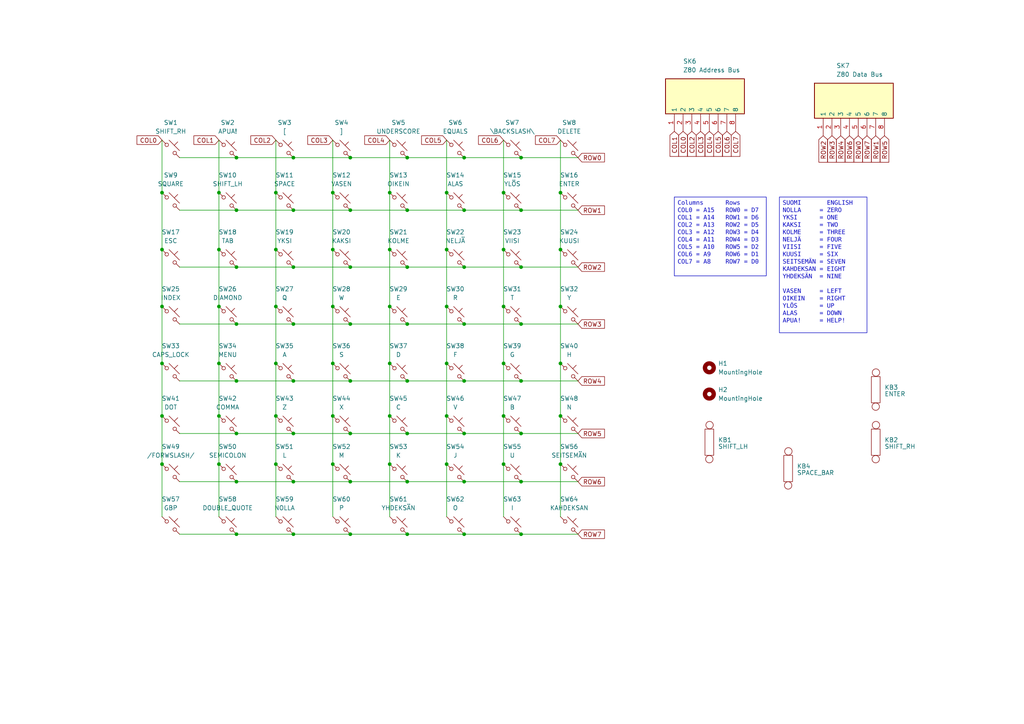
<source format=kicad_sch>
(kicad_sch (version 20250114) (generator "eeschema") (generator_version "9.0")
  (paper "A4")
  (title_block (title "Z88 Mechanical Keyboard") (date "4-Jul-2025") (rev "A") (company "Brett Hallen") (comment 1 "www.youtube.com/@Brfff"))
  (lib_symbols
    (symbol "Clueless_Engineer:5-520314-8"
      (property "Reference" "J" (at 16.51 7.62 0))
      (property "Value" "5-520314-8" (at 16.51 5.08 0))
      (symbol "5-520314-8_1_1"
        (rectangle (start 5.08 2.54) (end 15.24 -20.32) (stroke (width 0.254)) (fill (type background)))
        (pin passive line (at 0 0 0) (length 5.08) (name "1") (number "1"))
        (pin passive line (at 0 -2.54 0) (length 5.08) (name "2") (number "2"))
        (pin passive line (at 0 -5.08 0) (length 5.08) (name "3") (number "3"))
        (pin passive line (at 0 -7.62 0) (length 5.08) (name "4") (number "4"))
        (pin passive line (at 0 -10.16 0) (length 5.08) (name "5") (number "5"))
        (pin passive line (at 0 -12.7 0) (length 5.08) (name "6") (number "6"))
        (pin passive line (at 0 -15.24 0) (length 5.08) (name "7") (number "7"))
        (pin passive line (at 0 -17.78 0) (length 5.08) (name "8") (number "8"))
      )
    )
    (symbol "Clueless_Engineer:Stabiliser"
      (property "Reference" "KB" (at 2.54 0 0))
      (symbol "Stabiliser_0_1"
        (rectangle (start -2.54 2.54) (end 0 -5.08))
        (circle (center -1.2768 -6.1794) (radius 1.0716))
        (circle (center -1.2056 3.7106) (radius 1.0716))
      )
    )
    (symbol "Mechanical:MountingHole" (pin_names (offset 1.016)) (exclude_from_sim yes) (in_bom no)
      (property "Reference" "H" (at 0 5.08 0))
      (property "Value" "MountingHole" (at 0 3.175 0))
      (symbol "MountingHole_0_1"
        (circle (center 0 0) (radius 1.27) (stroke (width 1.27)))
      )
    )
    (symbol "Switch:SW_Push_45deg" (pin_numbers (hide yes)) (pin_names (offset 1.016) (hide yes))
      (property "Reference" "SW" (at 3.048 1.016 0))
      (property "Value" "SW_Push_45deg" (at 0 -3.81 0))
      (symbol "SW_Push_45deg_0_1"
        (polyline (pts (xy -2.54 2.54) (xy -1.524 1.524) (xy -1.524 1.524)))
        (circle (center -1.1684 1.1684) (radius 0.508))
        (polyline (pts (xy -0.508 2.54) (xy 2.54 -0.508)))
        (polyline (pts (xy 1.016 1.016) (xy 2.032 2.032)))
        (circle (center 1.143 -1.1938) (radius 0.508))
        (polyline (pts (xy 1.524 -1.524) (xy 2.54 -2.54) (xy 2.54 -2.54) (xy 2.54 -2.54)))
        (pin passive line (at -2.54 2.54 0) (length 0) (name "1") (number "1"))
        (pin passive line (at 2.54 -2.54 180) (length 0) (name "2") (number "2"))
      )
    )
  )
  (text_box "SUOMI       ENGLISH\nNOLLA     = ZERO\nYKSI      = ONE\nKAKSI     = TWO\nKOLME     = THREE\nNELJÄ     = FOUR\nVIISI     = FIVE\nKUUSI     = SIX\nSEITSEMÄN = SEVEN\nKAHDEKSAN = EIGHT\nYHDEKSÄN  = NINE\n\nVASEN     = LEFT\nOIKEIN    = RIGHT\nYLÖS      = UP\nALAS      = DOWN\nAPUA!     = HELP!" (at 226.06 57.15 0) (size 25.4 39.37) (margins 0.9525 0.9525 0.9525 0.9525) (effects (font (size 1.27 1.27)) (justify left top)))
  (text_box "Columns      Rows\nCOL0 = A15   ROW0 = D7\nCOL1 = A14   ROW1 = D6\nCOL2 = A13   ROW2 = D5\nCOL3 = A12   ROW3 = D4\nCOL4 = A11   ROW4 = D3\nCOL5 = A10   ROW5 = D2\nCOL6 = A9    ROW6 = D1\nCOL7 = A8    ROW7 = D0" (at 195.58 57.15 0) (size 26.67 22.86) (margins 0.9525 0.9525 0.9525 0.9525) (effects (font (size 1.27 1.27)) (justify left top)))
  (junction (at 162.56 120.65))
  (junction (at 151.13 110.49))
  (junction (at 118.11 110.49))
  (junction (at 129.54 55.88))
  (junction (at 101.6 139.7))
  (junction (at 129.54 120.65))
  (junction (at 134.62 154.94))
  (junction (at 80.01 55.88))
  (junction (at 118.11 139.7))
  (junction (at 68.58 154.94))
  (junction (at 96.52 55.88))
  (junction (at 151.13 154.94))
  (junction (at 129.54 88.9))
  (junction (at 46.99 120.65))
  (junction (at 113.03 88.9))
  (junction (at 113.03 120.65))
  (junction (at 129.54 72.39))
  (junction (at 146.05 105.41))
  (junction (at 46.99 55.88))
  (junction (at 101.6 110.49))
  (junction (at 80.01 120.65))
  (junction (at 113.03 72.39))
  (junction (at 63.5 72.39))
  (junction (at 134.62 93.98))
  (junction (at 113.03 134.62))
  (junction (at 68.58 139.7))
  (junction (at 162.56 88.9))
  (junction (at 101.6 93.98))
  (junction (at 63.5 120.65))
  (junction (at 151.13 77.47))
  (junction (at 162.56 105.41))
  (junction (at 46.99 72.39))
  (junction (at 80.01 134.62))
  (junction (at 46.99 88.9))
  (junction (at 80.01 88.9))
  (junction (at 63.5 88.9))
  (junction (at 151.13 60.96))
  (junction (at 118.11 125.73))
  (junction (at 80.01 105.41))
  (junction (at 68.58 110.49))
  (junction (at 46.99 134.62))
  (junction (at 96.52 134.62))
  (junction (at 101.6 125.73))
  (junction (at 85.09 77.47))
  (junction (at 68.58 125.73))
  (junction (at 146.05 120.65))
  (junction (at 134.62 125.73))
  (junction (at 162.56 55.88))
  (junction (at 85.09 110.49))
  (junction (at 151.13 93.98))
  (junction (at 118.11 77.47))
  (junction (at 118.11 154.94))
  (junction (at 85.09 45.72))
  (junction (at 151.13 45.72))
  (junction (at 162.56 72.39))
  (junction (at 134.62 77.47))
  (junction (at 151.13 125.73))
  (junction (at 63.5 105.41))
  (junction (at 118.11 60.96))
  (junction (at 101.6 60.96))
  (junction (at 85.09 139.7))
  (junction (at 46.99 105.41))
  (junction (at 96.52 72.39))
  (junction (at 146.05 55.88))
  (junction (at 85.09 154.94))
  (junction (at 162.56 134.62))
  (junction (at 68.58 45.72))
  (junction (at 68.58 60.96))
  (junction (at 118.11 45.72))
  (junction (at 63.5 134.62))
  (junction (at 134.62 110.49))
  (junction (at 68.58 93.98))
  (junction (at 113.03 55.88))
  (junction (at 134.62 60.96))
  (junction (at 96.52 120.65))
  (junction (at 85.09 125.73))
  (junction (at 63.5 55.88))
  (junction (at 146.05 88.9))
  (junction (at 68.58 77.47))
  (junction (at 134.62 45.72))
  (junction (at 129.54 105.41))
  (junction (at 146.05 72.39))
  (junction (at 146.05 134.62))
  (junction (at 101.6 45.72))
  (junction (at 80.01 72.39))
  (junction (at 129.54 134.62))
  (junction (at 113.03 105.41))
  (junction (at 101.6 77.47))
  (junction (at 151.13 139.7))
  (junction (at 96.52 105.41))
  (junction (at 101.6 154.94))
  (junction (at 118.11 93.98))
  (junction (at 85.09 93.98))
  (junction (at 85.09 60.96))
  (junction (at 134.62 139.7))
  (junction (at 96.52 88.9))
  (wire (pts (xy 80.01 134.62) (xy 80.01 149.86)))
  (wire (pts (xy 68.58 77.47) (xy 85.09 77.47)))
  (wire (pts (xy 63.5 40.64) (xy 63.5 55.88)))
  (wire (pts (xy 118.11 125.73) (xy 134.62 125.73)))
  (wire (pts (xy 146.05 120.65) (xy 146.05 134.62)))
  (wire (pts (xy 146.05 134.62) (xy 146.05 149.86)))
  (wire (pts (xy 63.5 88.9) (xy 63.5 105.41)))
  (wire (pts (xy 52.07 110.49) (xy 68.58 110.49)))
  (wire (pts (xy 129.54 55.88) (xy 129.54 72.39)))
  (wire (pts (xy 46.99 88.9) (xy 46.99 105.41)))
  (wire (pts (xy 80.01 40.64) (xy 80.01 55.88)))
  (wire (pts (xy 46.99 40.64) (xy 46.99 55.88)))
  (wire (pts (xy 52.07 77.47) (xy 68.58 77.47)))
  (wire (pts (xy 80.01 105.41) (xy 80.01 120.65)))
  (wire (pts (xy 85.09 77.47) (xy 101.6 77.47)))
  (wire (pts (xy 134.62 154.94) (xy 151.13 154.94)))
  (wire (pts (xy 68.58 60.96) (xy 85.09 60.96)))
  (wire (pts (xy 63.5 55.88) (xy 63.5 72.39)))
  (wire (pts (xy 80.01 88.9) (xy 80.01 105.41)))
  (wire (pts (xy 118.11 139.7) (xy 134.62 139.7)))
  (wire (pts (xy 151.13 125.73) (xy 167.64 125.73)))
  (wire (pts (xy 46.99 72.39) (xy 46.99 88.9)))
  (wire (pts (xy 46.99 105.41) (xy 46.99 120.65)))
  (wire (pts (xy 113.03 40.64) (xy 113.03 55.88)))
  (wire (pts (xy 52.07 93.98) (xy 68.58 93.98)))
  (wire (pts (xy 63.5 72.39) (xy 63.5 88.9)))
  (wire (pts (xy 68.58 110.49) (xy 85.09 110.49)))
  (wire (pts (xy 151.13 60.96) (xy 167.64 60.96)))
  (wire (pts (xy 113.03 55.88) (xy 113.03 72.39)))
  (wire (pts (xy 52.07 45.72) (xy 68.58 45.72)))
  (wire (pts (xy 118.11 45.72) (xy 134.62 45.72)))
  (wire (pts (xy 101.6 139.7) (xy 118.11 139.7)))
  (wire (pts (xy 134.62 110.49) (xy 151.13 110.49)))
  (wire (pts (xy 101.6 60.96) (xy 118.11 60.96)))
  (wire (pts (xy 134.62 60.96) (xy 151.13 60.96)))
  (wire (pts (xy 96.52 120.65) (xy 96.52 134.62)))
  (wire (pts (xy 96.52 134.62) (xy 96.52 149.86)))
  (wire (pts (xy 46.99 55.88) (xy 46.99 72.39)))
  (wire (pts (xy 146.05 88.9) (xy 146.05 105.41)))
  (wire (pts (xy 113.03 134.62) (xy 113.03 149.86)))
  (wire (pts (xy 80.01 72.39) (xy 80.01 88.9)))
  (wire (pts (xy 101.6 154.94) (xy 118.11 154.94)))
  (wire (pts (xy 129.54 120.65) (xy 129.54 134.62)))
  (wire (pts (xy 96.52 55.88) (xy 96.52 72.39)))
  (wire (pts (xy 63.5 105.41) (xy 63.5 120.65)))
  (wire (pts (xy 80.01 120.65) (xy 80.01 134.62)))
  (wire (pts (xy 134.62 45.72) (xy 151.13 45.72)))
  (wire (pts (xy 46.99 120.65) (xy 46.99 134.62)))
  (wire (pts (xy 80.01 55.88) (xy 80.01 72.39)))
  (wire (pts (xy 129.54 88.9) (xy 129.54 105.41)))
  (wire (pts (xy 46.99 134.62) (xy 46.99 149.86)))
  (wire (pts (xy 63.5 120.65) (xy 63.5 134.62)))
  (wire (pts (xy 151.13 110.49) (xy 167.64 110.49)))
  (wire (pts (xy 129.54 40.64) (xy 129.54 55.88)))
  (wire (pts (xy 118.11 93.98) (xy 134.62 93.98)))
  (wire (pts (xy 162.56 134.62) (xy 162.56 149.86)))
  (wire (pts (xy 146.05 105.41) (xy 146.05 120.65)))
  (wire (pts (xy 101.6 110.49) (xy 118.11 110.49)))
  (wire (pts (xy 85.09 154.94) (xy 101.6 154.94)))
  (wire (pts (xy 52.07 125.73) (xy 68.58 125.73)))
  (wire (pts (xy 118.11 154.94) (xy 134.62 154.94)))
  (wire (pts (xy 162.56 120.65) (xy 162.56 134.62)))
  (wire (pts (xy 113.03 88.9) (xy 113.03 105.41)))
  (wire (pts (xy 134.62 93.98) (xy 151.13 93.98)))
  (wire (pts (xy 113.03 105.41) (xy 113.03 120.65)))
  (wire (pts (xy 146.05 55.88) (xy 146.05 72.39)))
  (wire (pts (xy 146.05 72.39) (xy 146.05 88.9)))
  (wire (pts (xy 129.54 134.62) (xy 129.54 149.86)))
  (wire (pts (xy 162.56 40.64) (xy 162.56 55.88)))
  (wire (pts (xy 129.54 105.41) (xy 129.54 120.65)))
  (wire (pts (xy 118.11 77.47) (xy 134.62 77.47)))
  (wire (pts (xy 134.62 77.47) (xy 151.13 77.47)))
  (wire (pts (xy 96.52 40.64) (xy 96.52 55.88)))
  (wire (pts (xy 151.13 154.94) (xy 167.64 154.94)))
  (wire (pts (xy 101.6 77.47) (xy 118.11 77.47)))
  (wire (pts (xy 151.13 45.72) (xy 167.64 45.72)))
  (wire (pts (xy 85.09 45.72) (xy 101.6 45.72)))
  (wire (pts (xy 101.6 125.73) (xy 118.11 125.73)))
  (wire (pts (xy 85.09 93.98) (xy 101.6 93.98)))
  (wire (pts (xy 68.58 154.94) (xy 85.09 154.94)))
  (wire (pts (xy 134.62 139.7) (xy 151.13 139.7)))
  (wire (pts (xy 146.05 40.64) (xy 146.05 55.88)))
  (wire (pts (xy 96.52 88.9) (xy 96.52 105.41)))
  (wire (pts (xy 85.09 139.7) (xy 101.6 139.7)))
  (wire (pts (xy 118.11 60.96) (xy 134.62 60.96)))
  (wire (pts (xy 113.03 72.39) (xy 113.03 88.9)))
  (wire (pts (xy 101.6 93.98) (xy 118.11 93.98)))
  (wire (pts (xy 68.58 45.72) (xy 85.09 45.72)))
  (wire (pts (xy 162.56 72.39) (xy 162.56 88.9)))
  (wire (pts (xy 118.11 110.49) (xy 134.62 110.49)))
  (wire (pts (xy 52.07 154.94) (xy 68.58 154.94)))
  (wire (pts (xy 52.07 139.7) (xy 68.58 139.7)))
  (wire (pts (xy 151.13 93.98) (xy 167.64 93.98)))
  (wire (pts (xy 68.58 125.73) (xy 85.09 125.73)))
  (wire (pts (xy 113.03 120.65) (xy 113.03 134.62)))
  (wire (pts (xy 85.09 60.96) (xy 101.6 60.96)))
  (wire (pts (xy 85.09 110.49) (xy 101.6 110.49)))
  (wire (pts (xy 101.6 45.72) (xy 118.11 45.72)))
  (wire (pts (xy 162.56 55.88) (xy 162.56 72.39)))
  (wire (pts (xy 68.58 93.98) (xy 85.09 93.98)))
  (wire (pts (xy 63.5 134.62) (xy 63.5 149.86)))
  (wire (pts (xy 129.54 72.39) (xy 129.54 88.9)))
  (wire (pts (xy 68.58 139.7) (xy 85.09 139.7)))
  (wire (pts (xy 151.13 77.47) (xy 167.64 77.47)))
  (wire (pts (xy 96.52 72.39) (xy 96.52 88.9)))
  (wire (pts (xy 162.56 105.41) (xy 162.56 120.65)))
  (wire (pts (xy 52.07 60.96) (xy 68.58 60.96)))
  (wire (pts (xy 85.09 125.73) (xy 101.6 125.73)))
  (wire (pts (xy 134.62 125.73) (xy 151.13 125.73)))
  (wire (pts (xy 162.56 88.9) (xy 162.56 105.41)))
  (wire (pts (xy 96.52 105.41) (xy 96.52 120.65)))
  (wire (pts (xy 151.13 139.7) (xy 167.64 139.7)))
  (global_label "COL7" (shape input) (at 213.36 38.1 270) (property "Intersheetrefs" "${INTERSHEET_REFS}" (effects (hide yes))))
  (global_label "ROW7" (shape input) (at 167.64 154.94 0) (property "Intersheetrefs" "${INTERSHEET_REFS}" (effects (hide yes))))
  (global_label "COL2" (shape input) (at 80.01 40.64 180) (property "Intersheetrefs" "${INTERSHEET_REFS}" (effects (hide yes))))
  (global_label "COL0" (shape input) (at 198.12 38.1 270) (property "Intersheetrefs" "${INTERSHEET_REFS}" (effects (hide yes))))
  (global_label "COL1" (shape input) (at 63.5 40.64 180) (property "Intersheetrefs" "${INTERSHEET_REFS}" (effects (hide yes))))
  (global_label "COL5" (shape input) (at 129.54 40.64 180) (property "Intersheetrefs" "${INTERSHEET_REFS}" (effects (hide yes))))
  (global_label "COL3" (shape input) (at 203.2 38.1 270) (property "Intersheetrefs" "${INTERSHEET_REFS}" (effects (hide yes))))
  (global_label "ROW3" (shape input) (at 167.64 93.98 0) (property "Intersheetrefs" "${INTERSHEET_REFS}" (effects (hide yes))))
  (global_label "COL7" (shape input) (at 162.56 40.64 180) (property "Intersheetrefs" "${INTERSHEET_REFS}" (effects (hide yes))))
  (global_label "COL0" (shape input) (at 46.99 40.64 180) (property "Intersheetrefs" "${INTERSHEET_REFS}" (effects (hide yes))))
  (global_label "ROW4" (shape input) (at 167.64 110.49 0) (property "Intersheetrefs" "${INTERSHEET_REFS}" (effects (hide yes))))
  (global_label "ROW5" (shape input) (at 256.54 39.37 270) (property "Intersheetrefs" "${INTERSHEET_REFS}" (effects (hide yes))))
  (global_label "ROW2" (shape input) (at 167.64 77.47 0) (property "Intersheetrefs" "${INTERSHEET_REFS}" (effects (hide yes))))
  (global_label "COL6" (shape input) (at 210.82 38.1 270) (property "Intersheetrefs" "${INTERSHEET_REFS}" (effects (hide yes))))
  (global_label "COL2" (shape input) (at 200.66 38.1 270) (property "Intersheetrefs" "${INTERSHEET_REFS}" (effects (hide yes))))
  (global_label "COL4" (shape input) (at 113.03 40.64 180) (property "Intersheetrefs" "${INTERSHEET_REFS}" (effects (hide yes))))
  (global_label "ROW2" (shape input) (at 238.76 39.37 270) (property "Intersheetrefs" "${INTERSHEET_REFS}" (effects (hide yes))))
  (global_label "ROW1" (shape input) (at 167.64 60.96 0) (property "Intersheetrefs" "${INTERSHEET_REFS}" (effects (hide yes))))
  (global_label "COL3" (shape input) (at 96.52 40.64 180) (property "Intersheetrefs" "${INTERSHEET_REFS}" (effects (hide yes))))
  (global_label "ROW5" (shape input) (at 167.64 125.73 0) (property "Intersheetrefs" "${INTERSHEET_REFS}" (effects (hide yes))))
  (global_label "COL1" (shape input) (at 195.58 38.1 270) (property "Intersheetrefs" "${INTERSHEET_REFS}" (effects (hide yes))))
  (global_label "ROW6" (shape input) (at 246.38 39.37 270) (property "Intersheetrefs" "${INTERSHEET_REFS}" (effects (hide yes))))
  (global_label "ROW6" (shape input) (at 167.64 139.7 0) (property "Intersheetrefs" "${INTERSHEET_REFS}" (effects (hide yes))))
  (global_label "ROW4" (shape input) (at 243.84 39.37 270) (property "Intersheetrefs" "${INTERSHEET_REFS}" (effects (hide yes))))
  (global_label "ROW0" (shape input) (at 248.92 39.37 270) (property "Intersheetrefs" "${INTERSHEET_REFS}" (effects (hide yes))))
  (global_label "COL4" (shape input) (at 205.74 38.1 270) (property "Intersheetrefs" "${INTERSHEET_REFS}" (effects (hide yes))))
  (global_label "COL6" (shape input) (at 146.05 40.64 180) (property "Intersheetrefs" "${INTERSHEET_REFS}" (effects (hide yes))))
  (global_label "COL5" (shape input) (at 208.28 38.1 270) (property "Intersheetrefs" "${INTERSHEET_REFS}" (effects (hide yes))))
  (global_label "ROW0" (shape input) (at 167.64 45.72 0) (property "Intersheetrefs" "${INTERSHEET_REFS}" (effects (hide yes))))
  (global_label "ROW7" (shape input) (at 251.46 39.37 270) (property "Intersheetrefs" "${INTERSHEET_REFS}" (effects (hide yes))))
  (global_label "ROW3" (shape input) (at 241.3 39.37 270) (property "Intersheetrefs" "${INTERSHEET_REFS}" (effects (hide yes))))
  (global_label "ROW1" (shape input) (at 254 39.37 270) (property "Intersheetrefs" "${INTERSHEET_REFS}" (effects (hide yes))))
  (symbol (lib_id "Switch:SW_Push_45deg") (at 82.55 137.16 0) (unit 1)
    (property "Reference" "SW51" (at 82.55 129.54 0))
    (property "Value" "L" (at 82.55 132.08 0))
    (property "Footprint" "Clueless_Engineer:SW_Gateron_LowProfile_THT" (effects (hide yes)))
    (property "Description" "Push button switch, normally open, two pins, 45° tilted" (effects (hide yes)))
  )
  (symbol (lib_id "Switch:SW_Push_45deg") (at 115.57 123.19 0) (unit 1)
    (property "Reference" "SW45" (at 115.57 115.57 0))
    (property "Value" "C" (at 115.57 118.11 0))
    (property "Footprint" "Clueless_Engineer:SW_Gateron_LowProfile_THT" (effects (hide yes)))
    (property "Description" "Push button switch, normally open, two pins, 45° tilted" (effects (hide yes)))
  )
  (symbol (lib_id "Mechanical:MountingHole") (at 205.74 106.68 0) (unit 1) (exclude_from_sim yes) (in_bom no)
    (property "Reference" "H1" (at 208.28 105.4099 0) (effects (justify left)))
    (property "Value" "MountingHole" (at 208.28 107.9499 0) (effects (justify left)))
    (property "Footprint" "MountingHole:MountingHole_3.2mm_M3" (effects (hide yes)))
    (property "Description" "Mounting Hole without connection" (effects (hide yes)))
  )
  (symbol (lib_id "Switch:SW_Push_45deg") (at 165.1 43.18 0) (unit 1)
    (property "Reference" "SW8" (at 165.1 35.56 0))
    (property "Value" "DELETE" (at 165.1 38.1 0))
    (property "Footprint" "Clueless_Engineer:SW_Gateron_LowProfile_THT" (effects (hide yes)))
    (property "Description" "Push button switch, normally open, two pins, 45° tilted" (effects (hide yes)))
  )
  (symbol (lib_id "Switch:SW_Push_45deg") (at 115.57 43.18 0) (unit 1)
    (property "Reference" "SW5" (at 115.57 35.56 0))
    (property "Value" "UNDERSCORE" (at 115.57 38.1 0))
    (property "Footprint" "Clueless_Engineer:SW_Gateron_LowProfile_THT" (effects (hide yes)))
    (property "Description" "Push button switch, normally open, two pins, 45° tilted" (effects (hide yes)))
  )
  (symbol (lib_id "Switch:SW_Push_45deg") (at 132.08 152.4 0) (unit 1)
    (property "Reference" "SW62" (at 132.08 144.78 0))
    (property "Value" "O" (at 132.08 147.32 0))
    (property "Footprint" "Clueless_Engineer:SW_Gateron_LowProfile_THT" (effects (hide yes)))
    (property "Description" "Push button switch, normally open, two pins, 45° tilted" (effects (hide yes)))
  )
  (symbol (lib_id "Switch:SW_Push_45deg") (at 66.04 152.4 0) (unit 1)
    (property "Reference" "SW58" (at 66.04 144.78 0))
    (property "Value" "DOUBLE_QUOTE" (at 66.04 147.32 0))
    (property "Footprint" "Clueless_Engineer:SW_Gateron_LowProfile_THT" (effects (hide yes)))
    (property "Description" "Push button switch, normally open, two pins, 45° tilted" (effects (hide yes)))
  )
  (symbol (lib_id "Clueless_Engineer:Stabiliser") (at 207.01 127 0) (unit 1)
    (property "Reference" "KB1" (at 208.28 127.5993 0) (effects (justify left)))
    (property "Value" "SHIFT_LH" (at 208.28 129.5044 0) (effects (justify left)))
    (property "Footprint" "PCM_Mounting_Keyboard_Stabilizer:Stabilizer_Cherry_MX_2.00u" (effects (hide yes)))
  )
  (symbol (lib_id "Switch:SW_Push_45deg") (at 49.53 58.42 0) (unit 1)
    (property "Reference" "SW9" (at 49.53 50.8 0))
    (property "Value" "SQUARE" (at 49.53 53.34 0))
    (property "Footprint" "Clueless_Engineer:SW_Gateron_LowProfile_THT" (effects (hide yes)))
    (property "Description" "Push button switch, normally open, two pins, 45° tilted" (effects (hide yes)))
  )
  (symbol (lib_id "Switch:SW_Push_45deg") (at 115.57 137.16 0) (unit 1)
    (property "Reference" "SW53" (at 115.57 129.54 0))
    (property "Value" "K" (at 115.57 132.08 0))
    (property "Footprint" "Clueless_Engineer:SW_Gateron_LowProfile_THT" (effects (hide yes)))
    (property "Description" "Push button switch, normally open, two pins, 45° tilted" (effects (hide yes)))
  )
  (symbol (lib_id "Switch:SW_Push_45deg") (at 82.55 123.19 0) (unit 1)
    (property "Reference" "SW43" (at 82.55 115.57 0))
    (property "Value" "Z" (at 82.55 118.11 0))
    (property "Footprint" "Clueless_Engineer:SW_Gateron_LowProfile_THT" (effects (hide yes)))
    (property "Description" "Push button switch, normally open, two pins, 45° tilted" (effects (hide yes)))
  )
  (symbol (lib_id "Switch:SW_Push_45deg") (at 82.55 91.44 0) (unit 1)
    (property "Reference" "SW27" (at 82.55 83.82 0))
    (property "Value" "Q" (at 82.55 86.36 0))
    (property "Footprint" "Clueless_Engineer:SW_Gateron_LowProfile_THT" (effects (hide yes)))
    (property "Description" "Push button switch, normally open, two pins, 45° tilted" (effects (hide yes)))
  )
  (symbol (lib_id "Switch:SW_Push_45deg") (at 115.57 152.4 0) (unit 1)
    (property "Reference" "SW61" (at 115.57 144.78 0))
    (property "Value" "YHDEKSÄN" (at 115.57 147.32 0))
    (property "Footprint" "Clueless_Engineer:SW_Gateron_LowProfile_THT" (effects (hide yes)))
    (property "Description" "Push button switch, normally open, two pins, 45° tilted" (effects (hide yes)))
  )
  (symbol (lib_id "Switch:SW_Push_45deg") (at 148.59 123.19 0) (unit 1)
    (property "Reference" "SW47" (at 148.59 115.57 0))
    (property "Value" "B" (at 148.59 118.11 0))
    (property "Footprint" "Clueless_Engineer:SW_Gateron_LowProfile_THT" (effects (hide yes)))
    (property "Description" "Push button switch, normally open, two pins, 45° tilted" (effects (hide yes)))
  )
  (symbol (lib_id "Switch:SW_Push_45deg") (at 82.55 74.93 0) (unit 1)
    (property "Reference" "SW19" (at 82.55 67.31 0))
    (property "Value" "YKSI" (at 82.55 69.85 0))
    (property "Footprint" "Clueless_Engineer:SW_Gateron_LowProfile_THT" (effects (hide yes)))
    (property "Description" "Push button switch, normally open, two pins, 45° tilted" (effects (hide yes)))
  )
  (symbol (lib_id "Switch:SW_Push_45deg") (at 82.55 43.18 0) (unit 1)
    (property "Reference" "SW3" (at 82.55 35.56 0))
    (property "Value" "[" (at 82.55 38.1 0))
    (property "Footprint" "Clueless_Engineer:SW_Gateron_LowProfile_THT" (effects (hide yes)))
    (property "Description" "Push button switch, normally open, two pins, 45° tilted" (effects (hide yes)))
  )
  (symbol (lib_id "Switch:SW_Push_45deg") (at 49.53 107.95 0) (unit 1)
    (property "Reference" "SW33" (at 49.53 100.33 0))
    (property "Value" "CAPS_LOCK" (at 49.53 102.87 0))
    (property "Footprint" "Clueless_Engineer:SW_Gateron_LowProfile_THT" (effects (hide yes)))
    (property "Description" "Push button switch, normally open, two pins, 45° tilted" (effects (hide yes)))
  )
  (symbol (lib_id "Switch:SW_Push_45deg") (at 49.53 137.16 0) (unit 1)
    (property "Reference" "SW49" (at 49.53 129.54 0))
    (property "Value" "/FORWSLASH/" (at 49.53 132.08 0))
    (property "Footprint" "Clueless_Engineer:SW_Gateron_LowProfile_THT" (effects (hide yes)))
    (property "Description" "Push button switch, normally open, two pins, 45° tilted" (effects (hide yes)))
  )
  (symbol (lib_id "Switch:SW_Push_45deg") (at 132.08 58.42 0) (unit 1)
    (property "Reference" "SW14" (at 132.08 50.8 0))
    (property "Value" "ALAS" (at 132.08 53.34 0))
    (property "Footprint" "Clueless_Engineer:SW_Gateron_LowProfile_THT" (effects (hide yes)))
    (property "Description" "Push button switch, normally open, two pins, 45° tilted" (effects (hide yes)))
  )
  (symbol (lib_id "Switch:SW_Push_45deg") (at 132.08 74.93 0) (unit 1)
    (property "Reference" "SW22" (at 132.08 67.31 0))
    (property "Value" "NELJÄ" (at 132.08 69.85 0))
    (property "Footprint" "Clueless_Engineer:SW_Gateron_LowProfile_THT" (effects (hide yes)))
    (property "Description" "Push button switch, normally open, two pins, 45° tilted" (effects (hide yes)))
  )
  (symbol (lib_id "Switch:SW_Push_45deg") (at 99.06 123.19 0) (unit 1)
    (property "Reference" "SW44" (at 99.06 115.57 0))
    (property "Value" "X" (at 99.06 118.11 0))
    (property "Footprint" "Clueless_Engineer:SW_Gateron_LowProfile_THT" (effects (hide yes)))
    (property "Description" "Push button switch, normally open, two pins, 45° tilted" (effects (hide yes)))
  )
  (symbol (lib_id "Switch:SW_Push_45deg") (at 115.57 107.95 0) (unit 1)
    (property "Reference" "SW37" (at 115.57 100.33 0))
    (property "Value" "D" (at 115.57 102.87 0))
    (property "Footprint" "Clueless_Engineer:SW_Gateron_LowProfile_THT" (effects (hide yes)))
    (property "Description" "Push button switch, normally open, two pins, 45° tilted" (effects (hide yes)))
  )
  (symbol (lib_id "Switch:SW_Push_45deg") (at 82.55 58.42 0) (unit 1)
    (property "Reference" "SW11" (at 82.55 50.8 0))
    (property "Value" "SPACE" (at 82.55 53.34 0))
    (property "Footprint" "Clueless_Engineer:SW_Gateron_LowProfile_THT" (effects (hide yes)))
    (property "Description" "Push button switch, normally open, two pins, 45° tilted" (effects (hide yes)))
  )
  (symbol (lib_id "Switch:SW_Push_45deg") (at 66.04 74.93 0) (unit 1)
    (property "Reference" "SW18" (at 66.04 67.31 0))
    (property "Value" "TAB" (at 66.04 69.85 0))
    (property "Footprint" "Clueless_Engineer:SW_Gateron_LowProfile_THT" (effects (hide yes)))
    (property "Description" "Push button switch, normally open, two pins, 45° tilted" (effects (hide yes)))
  )
  (symbol (lib_id "Switch:SW_Push_45deg") (at 132.08 43.18 0) (unit 1)
    (property "Reference" "SW6" (at 132.08 35.56 0))
    (property "Value" "EQUALS" (at 132.08 38.1 0))
    (property "Footprint" "Clueless_Engineer:SW_Gateron_LowProfile_THT" (effects (hide yes)))
    (property "Description" "Push button switch, normally open, two pins, 45° tilted" (effects (hide yes)))
  )
  (symbol (lib_id "Switch:SW_Push_45deg") (at 148.59 137.16 0) (unit 1)
    (property "Reference" "SW55" (at 148.59 129.54 0))
    (property "Value" "U" (at 148.59 132.08 0))
    (property "Footprint" "Clueless_Engineer:SW_Gateron_LowProfile_THT" (effects (hide yes)))
    (property "Description" "Push button switch, normally open, two pins, 45° tilted" (effects (hide yes)))
  )
  (symbol (lib_id "Switch:SW_Push_45deg") (at 115.57 91.44 0) (unit 1)
    (property "Reference" "SW29" (at 115.57 83.82 0))
    (property "Value" "E" (at 115.57 86.36 0))
    (property "Footprint" "Clueless_Engineer:SW_Gateron_LowProfile_THT" (effects (hide yes)))
    (property "Description" "Push button switch, normally open, two pins, 45° tilted" (effects (hide yes)))
  )
  (symbol (lib_id "Switch:SW_Push_45deg") (at 148.59 152.4 0) (unit 1)
    (property "Reference" "SW63" (at 148.59 144.78 0))
    (property "Value" "I" (at 148.59 147.32 0))
    (property "Footprint" "Clueless_Engineer:SW_Gateron_LowProfile_THT" (effects (hide yes)))
    (property "Description" "Push button switch, normally open, two pins, 45° tilted" (effects (hide yes)))
  )
  (symbol (lib_id "Switch:SW_Push_45deg") (at 115.57 58.42 0) (unit 1)
    (property "Reference" "SW13" (at 115.57 50.8 0))
    (property "Value" "OIKEIN" (at 115.57 53.34 0))
    (property "Footprint" "Clueless_Engineer:SW_Gateron_LowProfile_THT" (effects (hide yes)))
    (property "Description" "Push button switch, normally open, two pins, 45° tilted" (effects (hide yes)))
  )
  (symbol (lib_id "Switch:SW_Push_45deg") (at 49.53 74.93 0) (unit 1)
    (property "Reference" "SW17" (at 49.53 67.31 0))
    (property "Value" "ESC" (at 49.53 69.85 0))
    (property "Footprint" "Clueless_Engineer:SW_Gateron_LowProfile_THT" (effects (hide yes)))
    (property "Description" "Push button switch, normally open, two pins, 45° tilted" (effects (hide yes)))
  )
  (symbol (lib_id "Switch:SW_Push_45deg") (at 99.06 152.4 0) (unit 1)
    (property "Reference" "SW60" (at 99.06 144.78 0))
    (property "Value" "P" (at 99.06 147.32 0))
    (property "Footprint" "Clueless_Engineer:SW_Gateron_LowProfile_THT" (effects (hide yes)))
    (property "Description" "Push button switch, normally open, two pins, 45° tilted" (effects (hide yes)))
  )
  (symbol (lib_id "Switch:SW_Push_45deg") (at 66.04 107.95 0) (unit 1)
    (property "Reference" "SW34" (at 66.04 100.33 0))
    (property "Value" "MENU" (at 66.04 102.87 0))
    (property "Footprint" "Clueless_Engineer:SW_Gateron_LowProfile_THT" (effects (hide yes)))
    (property "Description" "Push button switch, normally open, two pins, 45° tilted" (effects (hide yes)))
  )
  (symbol (lib_id "Switch:SW_Push_45deg") (at 82.55 107.95 0) (unit 1)
    (property "Reference" "SW35" (at 82.55 100.33 0))
    (property "Value" "A" (at 82.55 102.87 0))
    (property "Footprint" "Clueless_Engineer:SW_Gateron_LowProfile_THT" (effects (hide yes)))
    (property "Description" "Push button switch, normally open, two pins, 45° tilted" (effects (hide yes)))
  )
  (symbol (lib_id "Switch:SW_Push_45deg") (at 115.57 74.93 0) (unit 1)
    (property "Reference" "SW21" (at 115.57 67.31 0))
    (property "Value" "KOLME" (at 115.57 69.85 0))
    (property "Footprint" "Clueless_Engineer:SW_Gateron_LowProfile_THT" (effects (hide yes)))
    (property "Description" "Push button switch, normally open, two pins, 45° tilted" (effects (hide yes)))
  )
  (symbol (lib_id "Switch:SW_Push_45deg") (at 165.1 58.42 0) (unit 1)
    (property "Reference" "SW16" (at 165.1 50.8 0))
    (property "Value" "ENTER" (at 165.1 53.34 0))
    (property "Footprint" "Clueless_Engineer:SW_Gateron_LowProfile_THT" (effects (hide yes)))
    (property "Description" "Push button switch, normally open, two pins, 45° tilted" (effects (hide yes)))
  )
  (symbol (lib_id "Switch:SW_Push_45deg") (at 49.53 123.19 0) (unit 1)
    (property "Reference" "SW41" (at 49.53 115.57 0))
    (property "Value" "DOT" (at 49.53 118.11 0))
    (property "Footprint" "Clueless_Engineer:SW_Gateron_LowProfile_THT" (effects (hide yes)))
    (property "Description" "Push button switch, normally open, two pins, 45° tilted" (effects (hide yes)))
  )
  (symbol (lib_id "Switch:SW_Push_45deg") (at 132.08 107.95 0) (unit 1)
    (property "Reference" "SW38" (at 132.08 100.33 0))
    (property "Value" "F" (at 132.08 102.87 0))
    (property "Footprint" "Clueless_Engineer:SW_Gateron_LowProfile_THT" (effects (hide yes)))
    (property "Description" "Push button switch, normally open, two pins, 45° tilted" (effects (hide yes)))
  )
  (symbol (lib_id "Switch:SW_Push_45deg") (at 165.1 152.4 0) (unit 1)
    (property "Reference" "SW64" (at 165.1 144.78 0))
    (property "Value" "KAHDEKSAN" (at 165.1 147.32 0))
    (property "Footprint" "Clueless_Engineer:SW_Gateron_LowProfile_THT" (effects (hide yes)))
    (property "Description" "Push button switch, normally open, two pins, 45° tilted" (effects (hide yes)))
  )
  (symbol (lib_id "Switch:SW_Push_45deg") (at 165.1 91.44 0) (unit 1)
    (property "Reference" "SW32" (at 165.1 83.82 0))
    (property "Value" "Y" (at 165.1 86.36 0))
    (property "Footprint" "Clueless_Engineer:SW_Gateron_LowProfile_THT" (effects (hide yes)))
    (property "Description" "Push button switch, normally open, two pins, 45° tilted" (effects (hide yes)))
  )
  (symbol (lib_id "Switch:SW_Push_45deg") (at 148.59 43.18 0) (unit 1)
    (property "Reference" "SW7" (at 148.59 35.56 0))
    (property "Value" "\\BACKSLASH\\" (at 148.59 38.1 0))
    (property "Footprint" "Clueless_Engineer:SW_Gateron_LowProfile_THT" (effects (hide yes)))
    (property "Description" "Push button switch, normally open, two pins, 45° tilted" (effects (hide yes)))
  )
  (symbol (lib_id "Switch:SW_Push_45deg") (at 165.1 74.93 0) (unit 1)
    (property "Reference" "SW24" (at 165.1 67.31 0))
    (property "Value" "KUUSI" (at 165.1 69.85 0))
    (property "Footprint" "Clueless_Engineer:SW_Gateron_LowProfile_THT" (effects (hide yes)))
    (property "Description" "Push button switch, normally open, two pins, 45° tilted" (effects (hide yes)))
  )
  (symbol (lib_id "Switch:SW_Push_45deg") (at 66.04 137.16 0) (unit 1)
    (property "Reference" "SW50" (at 66.04 129.54 0))
    (property "Value" "SEMICOLON" (at 66.04 132.08 0))
    (property "Footprint" "Clueless_Engineer:SW_Gateron_LowProfile_THT" (effects (hide yes)))
    (property "Description" "Push button switch, normally open, two pins, 45° tilted" (effects (hide yes)))
  )
  (symbol (lib_id "Clueless_Engineer:Stabiliser") (at 229.87 134.62 0) (unit 1)
    (property "Reference" "KB4" (at 231.14 135.2193 0) (effects (justify left)))
    (property "Value" "SPACE_BAR" (at 231.14 137.1244 0) (effects (justify left)))
    (property "Footprint" "PCM_Mounting_Keyboard_Stabilizer:Stabilizer_Cherry_MX_7.00u" (effects (hide yes)))
  )
  (symbol (lib_id "Clueless_Engineer:5-520314-8") (at 195.58 38.1 90) (unit 1)
    (property "Reference" "SK6" (at 198.12 17.78 90) (effects (justify right)))
    (property "Value" "Z80 Address Bus" (at 198.12 20.32 90) (effects (justify right)))
    (property "Footprint" "Clueless_Engineer:55203148" (effects (hide yes)))
    (property "Datasheet" "https://www.te.com/commerce/DocumentDelivery/DDEController?Action=srchrtrv&DocNm=520314&DocType=Customer+Drawing&DocLang=English" (effects (hide yes)))
    (property "Description" "TRIOMATE ASSY H 8P L=2.54 LDFR" (effects (hide yes)))
    (property "Height" "4.83" (effects (hide yes)))
    (property "Mouser Part Number" "571-5-520314-8" (effects (hide yes)))
    (property "Mouser Price/Stock" "https://www.mouser.co.uk/ProductDetail/TE-Connectivity-AMP/5-520314-8?qs=lnVw2K6okukc2ogv5Hk%252BCA%3D%3D" (effects (hide yes)))
    (property "Manufacturer_Name" "TE Connectivity" (effects (hide yes)))
    (property "Manufacturer_Part_Number" "5-520314-8" (effects (hide yes)))
  )
  (symbol (lib_id "Clueless_Engineer:Stabiliser") (at 255.27 127 0) (unit 1)
    (property "Reference" "KB2" (at 256.54 127.5993 0) (effects (justify left)))
    (property "Value" "SHIFT_RH" (at 256.54 129.5044 0) (effects (justify left)))
    (property "Footprint" "PCM_Mounting_Keyboard_Stabilizer:Stabilizer_Cherry_MX_2.00u" (effects (hide yes)))
  )
  (symbol (lib_id "Switch:SW_Push_45deg") (at 99.06 43.18 0) (unit 1)
    (property "Reference" "SW4" (at 99.06 35.56 0))
    (property "Value" "]" (at 99.06 38.1 0))
    (property "Footprint" "Clueless_Engineer:SW_Gateron_LowProfile_THT" (effects (hide yes)))
    (property "Description" "Push button switch, normally open, two pins, 45° tilted" (effects (hide yes)))
  )
  (symbol (lib_id "Switch:SW_Push_45deg") (at 148.59 91.44 0) (unit 1)
    (property "Reference" "SW31" (at 148.59 83.82 0))
    (property "Value" "T" (at 148.59 86.36 0))
    (property "Footprint" "Clueless_Engineer:SW_Gateron_LowProfile_THT" (effects (hide yes)))
    (property "Description" "Push button switch, normally open, two pins, 45° tilted" (effects (hide yes)))
  )
  (symbol (lib_id "Switch:SW_Push_45deg") (at 148.59 74.93 0) (unit 1)
    (property "Reference" "SW23" (at 148.59 67.31 0))
    (property "Value" "VIISI" (at 148.59 69.85 0))
    (property "Footprint" "Clueless_Engineer:SW_Gateron_LowProfile_THT" (effects (hide yes)))
    (property "Description" "Push button switch, normally open, two pins, 45° tilted" (effects (hide yes)))
  )
  (symbol (lib_id "Switch:SW_Push_45deg") (at 165.1 137.16 0) (unit 1)
    (property "Reference" "SW56" (at 165.1 129.54 0))
    (property "Value" "SEITSEMÄN" (at 165.1 132.08 0))
    (property "Footprint" "Clueless_Engineer:SW_Gateron_LowProfile_THT" (effects (hide yes)))
    (property "Description" "Push button switch, normally open, two pins, 45° tilted" (effects (hide yes)))
  )
  (symbol (lib_id "Switch:SW_Push_45deg") (at 99.06 91.44 0) (unit 1)
    (property "Reference" "SW28" (at 99.06 83.82 0))
    (property "Value" "W" (at 99.06 86.36 0))
    (property "Footprint" "Clueless_Engineer:SW_Gateron_LowProfile_THT" (effects (hide yes)))
    (property "Description" "Push button switch, normally open, two pins, 45° tilted" (effects (hide yes)))
  )
  (symbol (lib_id "Switch:SW_Push_45deg") (at 132.08 91.44 0) (unit 1)
    (property "Reference" "SW30" (at 132.08 83.82 0))
    (property "Value" "R" (at 132.08 86.36 0))
    (property "Footprint" "Clueless_Engineer:SW_Gateron_LowProfile_THT" (effects (hide yes)))
    (property "Description" "Push button switch, normally open, two pins, 45° tilted" (effects (hide yes)))
  )
  (symbol (lib_id "Switch:SW_Push_45deg") (at 132.08 137.16 0) (unit 1)
    (property "Reference" "SW54" (at 132.08 129.54 0))
    (property "Value" "J" (at 132.08 132.08 0))
    (property "Footprint" "Clueless_Engineer:SW_Gateron_LowProfile_THT" (effects (hide yes)))
    (property "Description" "Push button switch, normally open, two pins, 45° tilted" (effects (hide yes)))
  )
  (symbol (lib_id "Switch:SW_Push_45deg") (at 66.04 58.42 0) (unit 1)
    (property "Reference" "SW10" (at 66.04 50.8 0))
    (property "Value" "SHIFT_LH" (at 66.04 53.34 0))
    (property "Footprint" "Clueless_Engineer:SW_Gateron_LowProfile_THT" (effects (hide yes)))
    (property "Description" "Push button switch, normally open, two pins, 45° tilted" (effects (hide yes)))
  )
  (symbol (lib_id "Switch:SW_Push_45deg") (at 99.06 58.42 0) (unit 1)
    (property "Reference" "SW12" (at 99.06 50.8 0))
    (property "Value" "VASEN" (at 99.06 53.34 0))
    (property "Footprint" "Clueless_Engineer:SW_Gateron_LowProfile_THT" (effects (hide yes)))
    (property "Description" "Push button switch, normally open, two pins, 45° tilted" (effects (hide yes)))
  )
  (symbol (lib_id "Clueless_Engineer:Stabiliser") (at 255.27 111.76 0) (unit 1)
    (property "Reference" "KB3" (at 256.54 112.3593 0) (effects (justify left)))
    (property "Value" "ENTER" (at 256.54 114.2644 0) (effects (justify left)))
    (property "Footprint" "PCM_Mounting_Keyboard_Stabilizer:Stabilizer_Cherry_MX_2.00u" (effects (hide yes)))
  )
  (symbol (lib_id "Switch:SW_Push_45deg") (at 66.04 91.44 0) (unit 1)
    (property "Reference" "SW26" (at 66.04 83.82 0))
    (property "Value" "DIAMOND" (at 66.04 86.36 0))
    (property "Footprint" "Clueless_Engineer:SW_Gateron_LowProfile_THT" (effects (hide yes)))
    (property "Description" "Push button switch, normally open, two pins, 45° tilted" (effects (hide yes)))
  )
  (symbol (lib_id "Switch:SW_Push_45deg") (at 82.55 152.4 0) (unit 1)
    (property "Reference" "SW59" (at 82.55 144.78 0))
    (property "Value" "NOLLA" (at 82.55 147.32 0))
    (property "Footprint" "Clueless_Engineer:SW_Gateron_LowProfile_THT" (effects (hide yes)))
    (property "Description" "Push button switch, normally open, two pins, 45° tilted" (effects (hide yes)))
  )
  (symbol (lib_id "Switch:SW_Push_45deg") (at 66.04 43.18 0) (unit 1)
    (property "Reference" "SW2" (at 66.04 35.56 0))
    (property "Value" "APUA!" (at 66.04 38.1 0))
    (property "Footprint" "Clueless_Engineer:SW_Gateron_LowProfile_THT" (effects (hide yes)))
    (property "Description" "Push button switch, normally open, two pins, 45° tilted" (effects (hide yes)))
  )
  (symbol (lib_id "Switch:SW_Push_45deg") (at 165.1 123.19 0) (unit 1)
    (property "Reference" "SW48" (at 165.1 115.57 0))
    (property "Value" "N" (at 165.1 118.11 0))
    (property "Footprint" "Clueless_Engineer:SW_Gateron_LowProfile_THT" (effects (hide yes)))
    (property "Description" "Push button switch, normally open, two pins, 45° tilted" (effects (hide yes)))
  )
  (symbol (lib_id "Switch:SW_Push_45deg") (at 165.1 107.95 0) (unit 1)
    (property "Reference" "SW40" (at 165.1 100.33 0))
    (property "Value" "H" (at 165.1 102.87 0))
    (property "Footprint" "Clueless_Engineer:SW_Gateron_LowProfile_THT" (effects (hide yes)))
    (property "Description" "Push button switch, normally open, two pins, 45° tilted" (effects (hide yes)))
  )
  (symbol (lib_id "Mechanical:MountingHole") (at 205.74 114.3 0) (unit 1) (exclude_from_sim yes) (in_bom no)
    (property "Reference" "H2" (at 208.28 113.0299 0) (effects (justify left)))
    (property "Value" "MountingHole" (at 208.28 115.5699 0) (effects (justify left)))
    (property "Footprint" "MountingHole:MountingHole_3.2mm_M3" (effects (hide yes)))
    (property "Description" "Mounting Hole without connection" (effects (hide yes)))
  )
  (symbol (lib_id "Switch:SW_Push_45deg") (at 49.53 43.18 0) (unit 1)
    (property "Reference" "SW1" (at 49.53 35.56 0))
    (property "Value" "SHIFT_RH" (at 49.53 38.1 0))
    (property "Footprint" "Clueless_Engineer:SW_Gateron_LowProfile_THT" (effects (hide yes)))
    (property "Description" "Push button switch, normally open, two pins, 45° tilted" (effects (hide yes)))
  )
  (symbol (lib_id "Switch:SW_Push_45deg") (at 132.08 123.19 0) (unit 1)
    (property "Reference" "SW46" (at 132.08 115.57 0))
    (property "Value" "V" (at 132.08 118.11 0))
    (property "Footprint" "Clueless_Engineer:SW_Gateron_LowProfile_THT" (effects (hide yes)))
    (property "Description" "Push button switch, normally open, two pins, 45° tilted" (effects (hide yes)))
  )
  (symbol (lib_id "Switch:SW_Push_45deg") (at 66.04 123.19 0) (unit 1)
    (property "Reference" "SW42" (at 66.04 115.57 0))
    (property "Value" "COMMA" (at 66.04 118.11 0))
    (property "Footprint" "Clueless_Engineer:SW_Gateron_LowProfile_THT" (effects (hide yes)))
    (property "Description" "Push button switch, normally open, two pins, 45° tilted" (effects (hide yes)))
  )
  (symbol (lib_id "Switch:SW_Push_45deg") (at 99.06 137.16 0) (unit 1)
    (property "Reference" "SW52" (at 99.06 129.54 0))
    (property "Value" "M" (at 99.06 132.08 0))
    (property "Footprint" "Clueless_Engineer:SW_Gateron_LowProfile_THT" (effects (hide yes)))
    (property "Description" "Push button switch, normally open, two pins, 45° tilted" (effects (hide yes)))
  )
  (symbol (lib_id "Switch:SW_Push_45deg") (at 99.06 107.95 0) (unit 1)
    (property "Reference" "SW36" (at 99.06 100.33 0))
    (property "Value" "S" (at 99.06 102.87 0))
    (property "Footprint" "Clueless_Engineer:SW_Gateron_LowProfile_THT" (effects (hide yes)))
    (property "Description" "Push button switch, normally open, two pins, 45° tilted" (effects (hide yes)))
  )
  (symbol (lib_id "Switch:SW_Push_45deg") (at 99.06 74.93 0) (unit 1)
    (property "Reference" "SW20" (at 99.06 67.31 0))
    (property "Value" "KAKSI" (at 99.06 69.85 0))
    (property "Footprint" "Clueless_Engineer:SW_Gateron_LowProfile_THT" (effects (hide yes)))
    (property "Description" "Push button switch, normally open, two pins, 45° tilted" (effects (hide yes)))
  )
  (symbol (lib_id "Switch:SW_Push_45deg") (at 148.59 107.95 0) (unit 1)
    (property "Reference" "SW39" (at 148.59 100.33 0))
    (property "Value" "G" (at 148.59 102.87 0))
    (property "Footprint" "Clueless_Engineer:SW_Gateron_LowProfile_THT" (effects (hide yes)))
    (property "Description" "Push button switch, normally open, two pins, 45° tilted" (effects (hide yes)))
  )
  (symbol (lib_id "Switch:SW_Push_45deg") (at 148.59 58.42 0) (unit 1)
    (property "Reference" "SW15" (at 148.59 50.8 0))
    (property "Value" "YLÖS" (at 148.59 53.34 0))
    (property "Footprint" "Clueless_Engineer:SW_Gateron_LowProfile_THT" (effects (hide yes)))
    (property "Description" "Push button switch, normally open, two pins, 45° tilted" (effects (hide yes)))
  )
  (symbol (lib_id "Switch:SW_Push_45deg") (at 49.53 152.4 0) (unit 1)
    (property "Reference" "SW57" (at 49.53 144.78 0))
    (property "Value" "GBP" (at 49.53 147.32 0))
    (property "Footprint" "Clueless_Engineer:SW_Gateron_LowProfile_THT" (effects (hide yes)))
    (property "Description" "Push button switch, normally open, two pins, 45° tilted" (effects (hide yes)))
  )
  (symbol (lib_id "Clueless_Engineer:5-520314-8") (at 238.76 39.37 90) (unit 1)
    (property "Reference" "SK7" (at 242.57 19.05 90) (effects (justify right)))
    (property "Value" "Z80 Data Bus" (at 242.57 21.59 90) (effects (justify right)))
    (property "Footprint" "Clueless_Engineer:55203148" (effects (hide yes)))
    (property "Datasheet" "https://www.te.com/commerce/DocumentDelivery/DDEController?Action=srchrtrv&DocNm=520314&DocType=Customer+Drawing&DocLang=English" (effects (hide yes)))
    (property "Description" "TRIOMATE ASSY H 8P L=2.54 LDFR" (effects (hide yes)))
    (property "Height" "4.83" (effects (hide yes)))
    (property "Mouser Part Number" "571-5-520314-8" (effects (hide yes)))
    (property "Mouser Price/Stock" "https://www.mouser.co.uk/ProductDetail/TE-Connectivity-AMP/5-520314-8?qs=lnVw2K6okukc2ogv5Hk%252BCA%3D%3D" (effects (hide yes)))
    (property "Manufacturer_Name" "TE Connectivity" (effects (hide yes)))
    (property "Manufacturer_Part_Number" "5-520314-8" (effects (hide yes)))
  )
  (symbol (lib_id "Switch:SW_Push_45deg") (at 49.53 91.44 0) (unit 1)
    (property "Reference" "SW25" (at 49.53 83.82 0))
    (property "Value" "INDEX" (at 49.53 86.36 0))
    (property "Footprint" "Clueless_Engineer:SW_Gateron_LowProfile_THT" (effects (hide yes)))
    (property "Description" "Push button switch, normally open, two pins, 45° tilted" (effects (hide yes)))
  )
)
</source>
